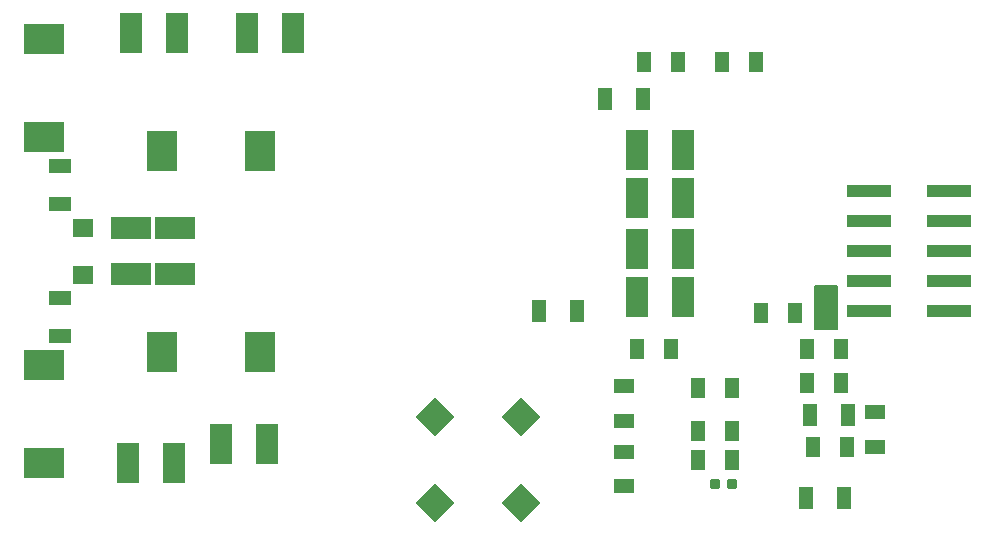
<source format=gbp>
G04*
G04 #@! TF.GenerationSoftware,Altium Limited,Altium Designer,20.1.7 (139)*
G04*
G04 Layer_Color=16770453*
%FSLAX25Y25*%
%MOIN*%
G70*
G04*
G04 #@! TF.SameCoordinates,98BAC387-3A70-427A-9A39-C9BDDE23891B*
G04*
G04*
G04 #@! TF.FilePolarity,Positive*
G04*
G01*
G75*
%ADD17R,0.07480X0.13386*%
%ADD53R,0.07480X0.04724*%
%ADD54R,0.13386X0.07480*%
%ADD57R,0.05118X0.07087*%
%ADD58R,0.04724X0.07480*%
G04:AMPARAMS|DCode=59|XSize=31.5mil|YSize=31.5mil|CornerRadius=4.72mil|HoleSize=0mil|Usage=FLASHONLY|Rotation=270.000|XOffset=0mil|YOffset=0mil|HoleType=Round|Shape=RoundedRectangle|*
%AMROUNDEDRECTD59*
21,1,0.03150,0.02205,0,0,270.0*
21,1,0.02205,0.03150,0,0,270.0*
1,1,0.00945,-0.01102,-0.01102*
1,1,0.00945,-0.01102,0.01102*
1,1,0.00945,0.01102,0.01102*
1,1,0.00945,0.01102,-0.01102*
%
%ADD59ROUNDEDRECTD59*%
%ADD60R,0.07087X0.05118*%
%ADD61R,0.14764X0.03937*%
G04:AMPARAMS|DCode=62|XSize=150mil|YSize=80mil|CornerRadius=4mil|HoleSize=0mil|Usage=FLASHONLY|Rotation=90.000|XOffset=0mil|YOffset=0mil|HoleType=Round|Shape=RoundedRectangle|*
%AMROUNDEDRECTD62*
21,1,0.15000,0.07200,0,0,90.0*
21,1,0.14200,0.08000,0,0,90.0*
1,1,0.00800,0.03600,0.07100*
1,1,0.00800,0.03600,-0.07100*
1,1,0.00800,-0.03600,-0.07100*
1,1,0.00800,-0.03600,0.07100*
%
%ADD62ROUNDEDRECTD62*%
%ADD64R,0.06693X0.05906*%
%ADD78R,0.10236X0.13780*%
%ADD79R,0.13780X0.10236*%
%ADD80P,0.13011X4X270.0*%
D17*
X50984Y27953D02*
D03*
X66339D02*
D03*
X97441Y34252D02*
D03*
X82087D02*
D03*
X236177Y83000D02*
D03*
X220823D02*
D03*
X236177Y99000D02*
D03*
X220823D02*
D03*
X236177Y116000D02*
D03*
X220823D02*
D03*
X236177Y132000D02*
D03*
X220823D02*
D03*
X90748Y171260D02*
D03*
X106102D02*
D03*
X52165D02*
D03*
X67520D02*
D03*
D53*
X28346Y114173D02*
D03*
Y126772D02*
D03*
Y82677D02*
D03*
Y70079D02*
D03*
D54*
X51968Y90748D02*
D03*
Y106102D02*
D03*
X66929Y90748D02*
D03*
Y106102D02*
D03*
D57*
X273425Y77953D02*
D03*
X262008D02*
D03*
X277362Y65748D02*
D03*
X288779D02*
D03*
X290748Y33071D02*
D03*
X279331D02*
D03*
X252559Y28740D02*
D03*
X241142D02*
D03*
Y38583D02*
D03*
X252559D02*
D03*
X220669Y65748D02*
D03*
X232087D02*
D03*
X260433Y161417D02*
D03*
X249016D02*
D03*
X277362Y54567D02*
D03*
X288779D02*
D03*
X241142Y52756D02*
D03*
X252559D02*
D03*
X234449Y161417D02*
D03*
X223031D02*
D03*
D58*
X289764Y16142D02*
D03*
X277165D02*
D03*
X210236Y149213D02*
D03*
X222835D02*
D03*
X188189Y78347D02*
D03*
X200787D02*
D03*
X278346Y43701D02*
D03*
X290945D02*
D03*
D59*
X246654Y20866D02*
D03*
X252559D02*
D03*
D60*
X216535Y31496D02*
D03*
Y20079D02*
D03*
Y53347D02*
D03*
Y41929D02*
D03*
X300197Y44685D02*
D03*
Y33268D02*
D03*
D61*
X324705Y98425D02*
D03*
X298130D02*
D03*
X324705Y88425D02*
D03*
X298130D02*
D03*
X324705Y78425D02*
D03*
X298130D02*
D03*
Y108425D02*
D03*
Y118425D02*
D03*
X324705Y108425D02*
D03*
Y118425D02*
D03*
D62*
X283858Y79528D02*
D03*
D64*
X36220Y90551D02*
D03*
Y106299D02*
D03*
D78*
X95079Y64961D02*
D03*
X62402D02*
D03*
Y131890D02*
D03*
X95079D02*
D03*
D79*
X23228Y27756D02*
D03*
Y60433D02*
D03*
Y136417D02*
D03*
Y169095D02*
D03*
D80*
X182043Y14567D02*
D03*
Y43067D02*
D03*
X153543Y14567D02*
D03*
Y43067D02*
D03*
M02*

</source>
